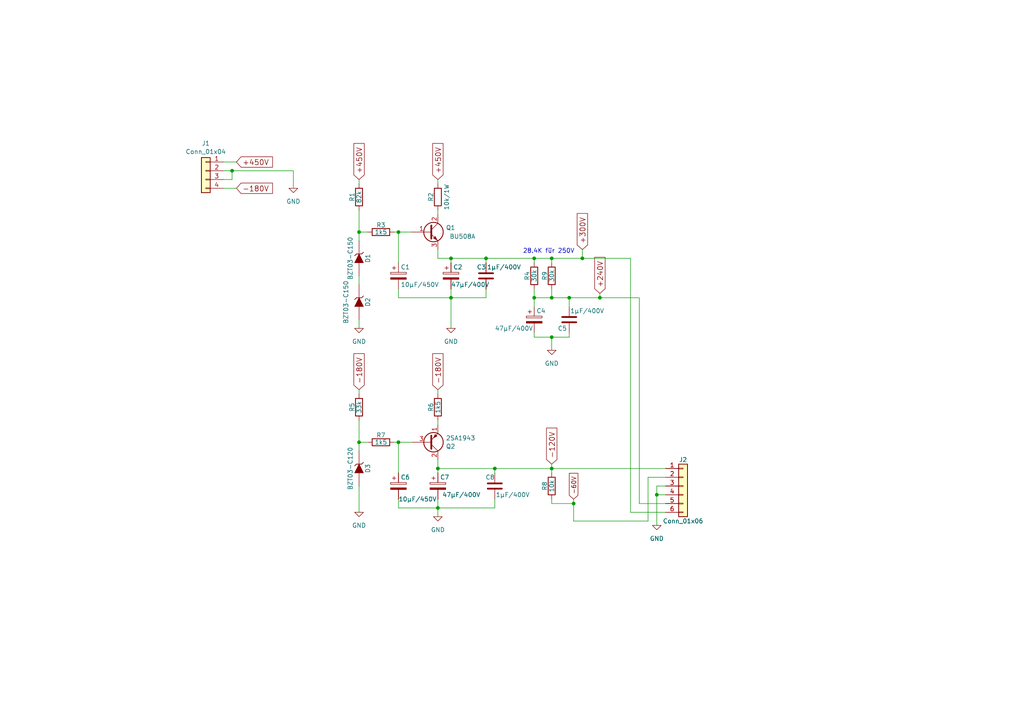
<source format=kicad_sch>
(kicad_sch (version 20231120) (generator "eeschema") (generator_version "8.0")
  (paper "A4")
  (lib_symbols
    (symbol "Anoden_Stabi-rescue:Conn_01x06" (pin_names (offset 1.016) hide)
      (property "Reference" "J" (at 0 7.62 0))
      (property "Value" "Conn_01x06" (at 0 -10.16 0))
      (symbol "Conn_01x06_1_1"
        (rectangle (start -1.27 -7.493) (end 0 -7.747) (stroke (width 0.1524)))
        (rectangle (start -1.27 -4.953) (end 0 -5.207) (stroke (width 0.1524)))
        (rectangle (start -1.27 -2.413) (end 0 -2.667) (stroke (width 0.1524)))
        (rectangle (start -1.27 0.127) (end 0 -0.127) (stroke (width 0.1524)))
        (rectangle (start -1.27 2.667) (end 0 2.413) (stroke (width 0.1524)))
        (rectangle (start -1.27 5.207) (end 0 4.953) (stroke (width 0.1524)))
        (rectangle (start -1.27 6.35) (end 1.27 -8.89) (stroke (width 0.254)) (fill (type background)))
        (pin passive line (at -5.08 5.08 0) (length 3.81) (name "Pin_1") (number "1"))
        (pin passive line (at -5.08 2.54 0) (length 3.81) (name "Pin_2") (number "2"))
        (pin passive line (at -5.08 0 0) (length 3.81) (name "Pin_3") (number "3"))
        (pin passive line (at -5.08 -2.54 0) (length 3.81) (name "Pin_4") (number "4"))
        (pin passive line (at -5.08 -5.08 0) (length 3.81) (name "Pin_5") (number "5"))
        (pin passive line (at -5.08 -7.62 0) (length 3.81) (name "Pin_6") (number "6"))
      )
    )
    (symbol "Anoden_Stabi-rescue:GND-power1" (power) (pin_names (offset 0))
      (symbol "GND-power1_0_1"
        (polyline (pts (xy -1.27 0) (xy 0 -1.27) (xy 1.27 0) (xy -1.27 0)))
      )
      (symbol "GND-power1_1_1"
        (pin power_in line (at 0 0 90) (length 0) hide (name "GND") (number "1"))
      )
    )
    (symbol "Anoden_Stabi-rescue:ZENER" (pin_numbers hide) (pin_names (offset 1.016) hide)
      (property "Reference" "D" (at 0 2.54 0))
      (property "Value" "ZENER" (at 0 -2.54 0))
      (symbol "ZENER_0_1"
        (polyline (pts (xy -1.778 1.27) (xy -1.27 0.762) (xy -1.27 -0.762) (xy -0.762 -1.27) (xy -0.762 -1.27)) (stroke (width 0.2032)))
        (polyline (pts (xy -1.27 0) (xy 1.27 1.27) (xy 1.27 -1.27) (xy -1.27 0) (xy -1.27 0)) (fill (type outline)))
      )
      (symbol "ZENER_1_1"
        (pin passive line (at -5.08 0 0) (length 3.81) (name "K") (number "1"))
        (pin passive line (at 5.08 0 180) (length 3.81) (name "A") (number "2"))
      )
    )
    (symbol "Connector_Generic:Conn_01x04" (pin_names (offset 1.016) hide)
      (property "Reference" "J" (at 0 5.08 0))
      (property "Value" "Conn_01x04" (at 0 -7.62 0))
      (symbol "Conn_01x04_1_1"
        (rectangle (start -1.27 -4.953) (end 0 -5.207) (stroke (width 0.1524)))
        (rectangle (start -1.27 -2.413) (end 0 -2.667) (stroke (width 0.1524)))
        (rectangle (start -1.27 0.127) (end 0 -0.127) (stroke (width 0.1524)))
        (rectangle (start -1.27 2.667) (end 0 2.413) (stroke (width 0.1524)))
        (rectangle (start -1.27 3.81) (end 1.27 -6.35) (stroke (width 0.254)) (fill (type background)))
        (pin passive line (at -5.08 2.54 0) (length 3.81) (name "Pin_1") (number "1"))
        (pin passive line (at -5.08 0 0) (length 3.81) (name "Pin_2") (number "2"))
        (pin passive line (at -5.08 -2.54 0) (length 3.81) (name "Pin_3") (number "3"))
        (pin passive line (at -5.08 -5.08 0) (length 3.81) (name "Pin_4") (number "4"))
      )
    )
    (symbol "Device:C" (pin_numbers hide) (pin_names (offset 0.254))
      (property "Reference" "C" (at 0.635 2.54 0))
      (property "Value" "C" (at 0.635 -2.54 0))
      (symbol "C_0_1"
        (polyline (pts (xy -2.032 -0.762) (xy 2.032 -0.762)) (stroke (width 0.508)))
        (polyline (pts (xy -2.032 0.762) (xy 2.032 0.762)) (stroke (width 0.508)))
      )
      (symbol "C_1_1"
        (pin passive line (at 0 3.81 270) (length 2.794) (name "~") (number "1"))
        (pin passive line (at 0 -3.81 90) (length 2.794) (name "~") (number "2"))
      )
    )
    (symbol "Device:C_Polarized" (pin_numbers hide) (pin_names (offset 0.254))
      (property "Reference" "C" (at 0.635 2.54 0))
      (property "Value" "C_Polarized" (at 0.635 -2.54 0))
      (symbol "C_Polarized_0_1"
        (rectangle (start -2.286 0.508) (end 2.286 1.016))
        (polyline (pts (xy -1.778 2.286) (xy -0.762 2.286)))
        (polyline (pts (xy -1.27 2.794) (xy -1.27 1.778)))
        (rectangle (start 2.286 -0.508) (end -2.286 -1.016) (fill (type outline)))
      )
      (symbol "C_Polarized_1_1"
        (pin passive line (at 0 3.81 270) (length 2.794) (name "~") (number "1"))
        (pin passive line (at 0 -3.81 90) (length 2.794) (name "~") (number "2"))
      )
    )
    (symbol "Device:Q_NPN_BCE" (pin_names (offset 0) hide)
      (property "Reference" "Q" (at 5.08 1.27 0))
      (property "Value" "Q_NPN_BCE" (at 5.08 -1.27 0))
      (symbol "Q_NPN_BCE_0_1"
        (polyline (pts (xy 0.635 0.635) (xy 2.54 2.54)))
        (polyline (pts (xy 0.635 -0.635) (xy 2.54 -2.54) (xy 2.54 -2.54)))
        (polyline (pts (xy 0.635 1.905) (xy 0.635 -1.905) (xy 0.635 -1.905)) (stroke (width 0.508)))
        (polyline (pts (xy 1.27 -1.778) (xy 1.778 -1.27) (xy 2.286 -2.286) (xy 1.27 -1.778) (xy 1.27 -1.778)) (fill (type outline)))
        (circle (center 1.27 0) (radius 2.8194) (stroke (width 0.254)))
      )
      (symbol "Q_NPN_BCE_1_1"
        (pin input line (at -5.08 0 0) (length 5.715) (name "B") (number "1"))
        (pin passive line (at 2.54 5.08 270) (length 2.54) (name "C") (number "2"))
        (pin passive line (at 2.54 -5.08 90) (length 2.54) (name "E") (number "3"))
      )
    )
    (symbol "Device:Q_PNP_ECB" (pin_names (offset 0) hide)
      (property "Reference" "Q" (at 5.08 1.27 0))
      (property "Value" "Q_PNP_ECB" (at 5.08 -1.27 0))
      (symbol "Q_PNP_ECB_0_1"
        (polyline (pts (xy 0.635 0.635) (xy 2.54 2.54)))
        (polyline (pts (xy 0.635 -0.635) (xy 2.54 -2.54) (xy 2.54 -2.54)))
        (polyline (pts (xy 0.635 1.905) (xy 0.635 -1.905) (xy 0.635 -1.905)) (stroke (width 0.508)))
        (polyline (pts (xy 2.286 -1.778) (xy 1.778 -2.286) (xy 1.27 -1.27) (xy 2.286 -1.778) (xy 2.286 -1.778)) (fill (type outline)))
        (circle (center 1.27 0) (radius 2.8194) (stroke (width 0.254)))
      )
      (symbol "Q_PNP_ECB_1_1"
        (pin passive line (at 2.54 -5.08 90) (length 2.54) (name "E") (number "1"))
        (pin passive line (at 2.54 5.08 270) (length 2.54) (name "C") (number "2"))
        (pin input line (at -5.08 0 0) (length 5.715) (name "B") (number "3"))
      )
    )
    (symbol "Device:R" (pin_numbers hide) (pin_names (offset 0))
      (property "Reference" "R" (at 2.032 0 90))
      (property "Value" "R" (at 0 0 90))
      (symbol "R_0_1"
        (rectangle (start -1.016 -2.54) (end 1.016 2.54) (stroke (width 0.254)))
      )
      (symbol "R_1_1"
        (pin passive line (at 0 3.81 270) (length 1.27) (name "~") (number "1"))
        (pin passive line (at 0 -3.81 90) (length 1.27) (name "~") (number "2"))
      )
    )
  )
  (junction (at 166.37 146.05))
  (junction (at 127 147.32))
  (junction (at 140.97 74.93))
  (junction (at 160.02 74.93))
  (junction (at 173.99 86.36))
  (junction (at 160.02 86.36))
  (junction (at 143.51 135.89))
  (junction (at 127 135.89))
  (junction (at 115.57 128.27))
  (junction (at 115.57 67.31))
  (junction (at 165.1 86.36))
  (junction (at 160.02 135.89))
  (junction (at 160.02 97.79))
  (junction (at 104.14 128.27))
  (junction (at 130.81 74.93))
  (junction (at 190.5 143.51))
  (junction (at 104.14 67.31))
  (junction (at 130.81 86.36))
  (junction (at 168.91 74.93))
  (junction (at 154.94 86.36))
  (junction (at 67.31 49.53))
  (junction (at 154.94 74.93))
  (wire (pts (xy 166.37 151.13) (xy 166.37 146.05)))
  (wire (pts (xy 154.94 83.82) (xy 154.94 86.36)))
  (wire (pts (xy 127 52.07) (xy 127 53.34)))
  (wire (pts (xy 115.57 144.78) (xy 115.57 147.32)))
  (wire (pts (xy 64.77 49.53) (xy 67.31 49.53)))
  (wire (pts (xy 127 123.19) (xy 127 121.92)))
  (wire (pts (xy 127 144.78) (xy 127 147.32)))
  (wire (pts (xy 130.81 86.36) (xy 130.81 95.25)))
  (wire (pts (xy 173.99 85.09) (xy 173.99 86.36)))
  (wire (pts (xy 130.81 74.93) (xy 140.97 74.93)))
  (wire (pts (xy 143.51 147.32) (xy 143.51 144.78)))
  (wire (pts (xy 165.1 97.79) (xy 165.1 96.52)))
  (wire (pts (xy 115.57 137.16) (xy 115.57 128.27)))
  (wire (pts (xy 127 135.89) (xy 127 137.16)))
  (wire (pts (xy 140.97 86.36) (xy 140.97 83.82)))
  (wire (pts (xy 168.91 74.93) (xy 168.91 72.39)))
  (wire (pts (xy 104.14 82.55) (xy 104.14 80.01)))
  (wire (pts (xy 67.31 52.07) (xy 67.31 49.53)))
  (wire (pts (xy 115.57 83.82) (xy 115.57 86.36)))
  (wire (pts (xy 160.02 86.36) (xy 165.1 86.36)))
  (wire (pts (xy 127 147.32) (xy 143.51 147.32)))
  (wire (pts (xy 160.02 74.93) (xy 160.02 76.2)))
  (wire (pts (xy 190.5 143.51) (xy 190.5 152.4)))
  (wire (pts (xy 104.14 53.34) (xy 104.14 52.07)))
  (wire (pts (xy 143.51 137.16) (xy 143.51 135.89)))
  (wire (pts (xy 154.94 97.79) (xy 160.02 97.79)))
  (wire (pts (xy 160.02 146.05) (xy 166.37 146.05)))
  (wire (pts (xy 106.68 67.31) (xy 104.14 67.31)))
  (wire (pts (xy 140.97 74.93) (xy 154.94 74.93)))
  (wire (pts (xy 106.68 128.27) (xy 104.14 128.27)))
  (wire (pts (xy 64.77 46.99) (xy 68.58 46.99)))
  (wire (pts (xy 154.94 74.93) (xy 160.02 74.93)))
  (wire (pts (xy 190.5 140.97) (xy 193.04 140.97)))
  (wire (pts (xy 182.88 74.93) (xy 182.88 148.59)))
  (wire (pts (xy 187.96 138.43) (xy 187.96 151.13)))
  (wire (pts (xy 127 149.86) (xy 127 147.32)))
  (wire (pts (xy 104.14 128.27) (xy 104.14 130.81)))
  (wire (pts (xy 160.02 74.93) (xy 168.91 74.93)))
  (wire (pts (xy 160.02 134.62) (xy 160.02 135.89)))
  (wire (pts (xy 127 133.35) (xy 127 135.89)))
  (wire (pts (xy 114.3 67.31) (xy 115.57 67.31)))
  (wire (pts (xy 115.57 76.2) (xy 115.57 67.31)))
  (wire (pts (xy 67.31 49.53) (xy 85.09 49.53)))
  (wire (pts (xy 104.14 121.92) (xy 104.14 128.27)))
  (wire (pts (xy 127 72.39) (xy 127 74.93)))
  (wire (pts (xy 143.51 135.89) (xy 160.02 135.89)))
  (wire (pts (xy 130.81 86.36) (xy 140.97 86.36)))
  (wire (pts (xy 127 74.93) (xy 130.81 74.93)))
  (wire (pts (xy 185.42 86.36) (xy 185.42 146.05)))
  (wire (pts (xy 85.09 49.53) (xy 85.09 54.61)))
  (wire (pts (xy 193.04 146.05) (xy 185.42 146.05)))
  (wire (pts (xy 160.02 83.82) (xy 160.02 86.36)))
  (wire (pts (xy 104.14 60.96) (xy 104.14 67.31)))
  (wire (pts (xy 190.5 140.97) (xy 190.5 143.51)))
  (wire (pts (xy 154.94 96.52) (xy 154.94 97.79)))
  (wire (pts (xy 173.99 86.36) (xy 185.42 86.36)))
  (wire (pts (xy 127 135.89) (xy 143.51 135.89)))
  (wire (pts (xy 104.14 92.71) (xy 104.14 95.25)))
  (wire (pts (xy 130.81 76.2) (xy 130.81 74.93)))
  (wire (pts (xy 166.37 151.13) (xy 187.96 151.13)))
  (wire (pts (xy 130.81 83.82) (xy 130.81 86.36)))
  (wire (pts (xy 104.14 140.97) (xy 104.14 148.59)))
  (wire (pts (xy 168.91 74.93) (xy 182.88 74.93)))
  (wire (pts (xy 104.14 114.3) (xy 104.14 113.03)))
  (wire (pts (xy 166.37 146.05) (xy 166.37 144.78)))
  (wire (pts (xy 165.1 86.36) (xy 173.99 86.36)))
  (wire (pts (xy 140.97 74.93) (xy 140.97 76.2)))
  (wire (pts (xy 154.94 86.36) (xy 154.94 88.9)))
  (wire (pts (xy 160.02 137.16) (xy 160.02 135.89)))
  (wire (pts (xy 115.57 128.27) (xy 119.38 128.27)))
  (wire (pts (xy 154.94 74.93) (xy 154.94 76.2)))
  (wire (pts (xy 160.02 97.79) (xy 165.1 97.79)))
  (wire (pts (xy 193.04 148.59) (xy 182.88 148.59)))
  (wire (pts (xy 190.5 143.51) (xy 193.04 143.51)))
  (wire (pts (xy 127 62.23) (xy 127 60.96)))
  (wire (pts (xy 193.04 138.43) (xy 187.96 138.43)))
  (wire (pts (xy 160.02 135.89) (xy 193.04 135.89)))
  (wire (pts (xy 114.3 128.27) (xy 115.57 128.27)))
  (wire (pts (xy 64.77 52.07) (xy 67.31 52.07)))
  (wire (pts (xy 165.1 88.9) (xy 165.1 86.36)))
  (wire (pts (xy 115.57 147.32) (xy 127 147.32)))
  (wire (pts (xy 64.77 54.61) (xy 68.58 54.61)))
  (wire (pts (xy 160.02 144.78) (xy 160.02 146.05)))
  (wire (pts (xy 115.57 67.31) (xy 119.38 67.31)))
  (wire (pts (xy 127 113.03) (xy 127 114.3)))
  (wire (pts (xy 104.14 67.31) (xy 104.14 69.85)))
  (wire (pts (xy 154.94 86.36) (xy 160.02 86.36)))
  (wire (pts (xy 160.02 101.6) (xy 160.02 97.79)))
  (wire (pts (xy 115.57 86.36) (xy 130.81 86.36)))
  (text "28.4K für 250V" (at 151.638 73.66 0) (effects (font (size 1.27 1.27)) (justify left bottom)))
  (global_label "-180V" (shape input) (at 104.14 113.03 90) (effects (font (size 1.524 1.524))) (property "Intersheetrefs" "${INTERSHEET_REFS}" (effects (hide yes))))
  (global_label "-180V" (shape input) (at 68.58 54.61 0) (effects (font (size 1.524 1.524))) (property "Intersheetrefs" "${INTERSHEET_REFS}" (effects (hide yes))))
  (global_label "-120V" (shape input) (at 160.02 134.62 90) (effects (font (size 1.524 1.524))) (property "Intersheetrefs" "${INTERSHEET_REFS}" (effects (hide yes))))
  (global_label "+450V" (shape input) (at 68.58 46.99 0) (effects (font (size 1.524 1.524))) (property "Intersheetrefs" "${INTERSHEET_REFS}" (effects (hide yes))))
  (global_label "-60V" (shape input) (at 166.37 144.78 90) (property "Intersheetrefs" "${INTERSHEET_REFS}" (effects (hide yes))))
  (global_label "-180V" (shape input) (at 127 113.03 90) (effects (font (size 1.524 1.524))) (property "Intersheetrefs" "${INTERSHEET_REFS}" (effects (hide yes))))
  (global_label "+450V" (shape input) (at 104.14 52.07 90) (effects (font (size 1.524 1.524))) (property "Intersheetrefs" "${INTERSHEET_REFS}" (effects (hide yes))))
  (global_label "+300V" (shape input) (at 168.91 72.39 90) (effects (font (size 1.524 1.524))) (property "Intersheetrefs" "${INTERSHEET_REFS}" (effects (hide yes))))
  (global_label "+450V" (shape input) (at 127 52.07 90) (effects (font (size 1.524 1.524))) (property "Intersheetrefs" "${INTERSHEET_REFS}" (effects (hide yes))))
  (global_label "+240V" (shape input) (at 173.99 85.09 90) (effects (font (size 1.524 1.524))) (property "Intersheetrefs" "${INTERSHEET_REFS}" (effects (hide yes))))
  (symbol (lib_id "Anoden_Stabi-rescue:GND-power1") (at 85.09 54.61 0) (unit 1)
    (property "Reference" "#PWR01" (effects (hide yes)))
    (property "Value" "GND" (at 85.09 58.42 0))
  )
  (symbol (lib_id "Device:C_Polarized") (at 115.57 80.01 0) (unit 1)
    (property "Reference" "C1" (at 116.205 77.47 0) (effects (justify left)))
    (property "Value" "10µF/450V" (at 116.205 82.55 0) (effects (justify left)))
    (property "Footprint" "Capacitor_THT:CP_Radial_D12.5mm_P5.00mm" (effects (hide yes)))
  )
  (symbol (lib_id "Device:R") (at 104.14 57.15 180) (unit 1)
    (property "Reference" "R1" (at 102.108 57.15 90))
    (property "Value" "82k" (at 104.14 57.15 90))
    (property "Footprint" "Resistor_THT:R_Axial_DIN0207_L6.3mm_D2.5mm_P10.16mm_Horizontal" (effects (hide yes)))
  )
  (symbol (lib_id "Anoden_Stabi-rescue:ZENER") (at 104.14 74.93 270) (unit 1)
    (property "Reference" "D1" (at 106.68 74.93 0))
    (property "Value" "BZT03-C150" (at 101.6 74.93 0))
    (property "Footprint" "Diode_THT:D_DO-41_SOD81_P10.16mm_Horizontal" (effects (hide yes)))
  )
  (symbol (lib_id "Anoden_Stabi-rescue:ZENER") (at 104.14 87.63 270) (unit 1)
    (property "Reference" "D2" (at 106.68 87.63 0))
    (property "Value" "BZT03-C150" (at 100.33 87.63 0))
    (property "Footprint" "Diode_THT:D_DO-41_SOD81_P10.16mm_Horizontal" (effects (hide yes)))
  )
  (symbol (lib_id "Device:R") (at 110.49 67.31 90) (unit 1)
    (property "Reference" "R3" (at 110.49 65.278 90))
    (property "Value" "1k5" (at 110.49 67.31 90))
    (property "Footprint" "Resistor_THT:R_Axial_DIN0414_L11.9mm_D4.5mm_P15.24mm_Horizontal" (effects (hide yes)))
  )
  (symbol (lib_id "Device:Q_NPN_BCE") (at 124.46 67.31 0) (unit 1)
    (property "Reference" "Q1" (at 132.08 66.04 0) (effects (justify right)))
    (property "Value" "BU508A" (at 137.922 68.58 0) (effects (justify right)))
    (property "Footprint" "Package_TO_SOT_THT:TO-3P-3_Vertical" (effects (hide yes)))
  )
  (symbol (lib_id "Device:C_Polarized") (at 130.81 80.01 0) (unit 1)
    (property "Reference" "C2" (at 131.445 77.47 0) (effects (justify left)))
    (property "Value" "47µF/400V" (at 130.81 82.55 0) (effects (justify left)))
    (property "Footprint" "Capacitor_THT:CP_Radial_D17.0mm_P7.50mm" (effects (hide yes)))
  )
  (symbol (lib_id "Device:C") (at 140.97 80.01 180) (unit 1)
    (property "Reference" "C3" (at 140.97 77.47 0) (effects (justify left)))
    (property "Value" "1µF/400V" (at 151.13 77.47 0) (effects (justify left)))
    (property "Footprint" "Capacitor_THT:C_Rect_L31.5mm_W11.0mm_P27.50mm_MKS4" (effects (hide yes)))
  )
  (symbol (lib_id "Device:R") (at 154.94 80.01 180) (unit 1)
    (property "Reference" "R4" (at 152.908 80.01 90))
    (property "Value" "30k" (at 154.94 80.01 90))
    (property "Footprint" "Resistor_THT:R_Axial_DIN0207_L6.3mm_D2.5mm_P10.16mm_Horizontal" (effects (hide yes)))
  )
  (symbol (lib_id "Device:C_Polarized") (at 154.94 92.71 0) (unit 1)
    (property "Reference" "C4" (at 155.575 90.17 0) (effects (justify left)))
    (property "Value" "47µF/400V" (at 143.51 95.25 0) (effects (justify left)))
    (property "Footprint" "Capacitor_THT:CP_Radial_D17.0mm_P7.50mm" (effects (hide yes)))
  )
  (symbol (lib_id "Device:C") (at 165.1 92.71 180) (unit 1)
    (property "Reference" "C5" (at 164.465 95.25 0) (effects (justify left)))
    (property "Value" "1µF/400V" (at 175.26 90.17 0) (effects (justify left)))
    (property "Footprint" "Capacitor_THT:C_Rect_L31.5mm_W11.0mm_P27.50mm_MKS4" (effects (hide yes)))
  )
  (symbol (lib_id "Anoden_Stabi-rescue:GND-power1") (at 104.14 95.25 0) (unit 1)
    (property "Reference" "#PWR02" (effects (hide yes)))
    (property "Value" "GND" (at 104.14 99.06 0))
  )
  (symbol (lib_id "Anoden_Stabi-rescue:GND-power1") (at 130.81 95.25 0) (unit 1)
    (property "Reference" "#PWR03" (effects (hide yes)))
    (property "Value" "GND" (at 130.81 99.06 0))
  )
  (symbol (lib_id "Anoden_Stabi-rescue:GND-power1") (at 160.02 101.6 0) (unit 1)
    (property "Reference" "#PWR04" (effects (hide yes)))
    (property "Value" "GND" (at 160.02 105.41 0))
  )
  (symbol (lib_id "Device:R") (at 127 57.15 180) (unit 1)
    (property "Reference" "R2" (at 124.968 57.15 90))
    (property "Value" "10k/1W" (at 129.54 57.15 90))
    (property "Footprint" "Resistor_THT:R_Axial_DIN0414_L11.9mm_D4.5mm_P15.24mm_Horizontal" (effects (hide yes)))
  )
  (symbol (lib_id "Device:C_Polarized") (at 115.57 140.97 0) (unit 1)
    (property "Reference" "C6" (at 116.205 138.43 0) (effects (justify left)))
    (property "Value" "10µF/450V" (at 115.57 144.78 0) (effects (justify left)))
    (property "Footprint" "Capacitor_THT:CP_Radial_D12.5mm_P5.00mm" (effects (hide yes)))
  )
  (symbol (lib_id "Device:R") (at 104.14 118.11 180) (unit 1)
    (property "Reference" "R5" (at 102.108 118.11 90))
    (property "Value" "33k" (at 104.14 118.11 90))
    (property "Footprint" "Resistor_THT:R_Axial_DIN0207_L6.3mm_D2.5mm_P10.16mm_Horizontal" (effects (hide yes)))
  )
  (symbol (lib_id "Anoden_Stabi-rescue:ZENER") (at 104.14 135.89 270) (unit 1)
    (property "Reference" "D3" (at 106.68 135.89 0))
    (property "Value" "BZT03-C120" (at 101.6 135.89 0))
    (property "Footprint" "Diode_THT:D_DO-41_SOD81_P10.16mm_Horizontal" (effects (hide yes)))
  )
  (symbol (lib_id "Device:R") (at 110.49 128.27 90) (unit 1)
    (property "Reference" "R7" (at 110.49 126.238 90))
    (property "Value" "1k5" (at 110.49 128.27 90))
    (property "Footprint" "Resistor_THT:R_Axial_DIN0414_L11.9mm_D4.5mm_P15.24mm_Horizontal" (effects (hide yes)))
  )
  (symbol (lib_id "Device:C_Polarized") (at 127 140.97 0) (unit 1)
    (property "Reference" "C7" (at 127.635 138.43 0) (effects (justify left)))
    (property "Value" "47µF/400V" (at 128.27 143.51 0) (effects (justify left)))
    (property "Footprint" "Capacitor_THT:CP_Radial_D17.0mm_P7.50mm" (effects (hide yes)))
  )
  (symbol (lib_id "Device:C") (at 143.51 140.97 180) (unit 1)
    (property "Reference" "C8" (at 143.51 138.43 0) (effects (justify left)))
    (property "Value" "1µF/400V" (at 153.67 143.51 0) (effects (justify left)))
    (property "Footprint" "Capacitor_THT:C_Rect_L31.5mm_W11.0mm_P27.50mm_MKS4" (effects (hide yes)))
  )
  (symbol (lib_id "Anoden_Stabi-rescue:GND-power1") (at 104.14 148.59 0) (unit 1)
    (property "Reference" "#PWR05" (effects (hide yes)))
    (property "Value" "GND" (at 104.14 152.4 0))
  )
  (symbol (lib_id "Anoden_Stabi-rescue:GND-power1") (at 127 149.86 0) (unit 1)
    (property "Reference" "#PWR06" (effects (hide yes)))
    (property "Value" "GND" (at 127 153.67 0))
  )
  (symbol (lib_id "Device:R") (at 127 118.11 180) (unit 1)
    (property "Reference" "R6" (at 124.968 118.11 90))
    (property "Value" "1k5" (at 127 118.11 90))
    (property "Footprint" "Resistor_THT:R_Axial_DIN0414_L11.9mm_D4.5mm_P15.24mm_Horizontal" (effects (hide yes)))
  )
  (symbol (lib_id "Anoden_Stabi-rescue:GND-power1") (at 190.5 152.4 0) (unit 1)
    (property "Reference" "#PWR07" (effects (hide yes)))
    (property "Value" "GND" (at 190.5 156.21 0))
  )
  (symbol (lib_id "Anoden_Stabi-rescue:Conn_01x06") (at 198.12 140.97 0) (unit 1)
    (property "Reference" "J2" (at 198.12 133.35 0))
    (property "Value" "Conn_01x06" (at 198.12 151.13 0))
    (property "Footprint" "Connector_Molex:Molex_Mini-Fit_Jr_5566-06A_2x03_P4.20mm_Vertical" (effects (hide yes)))
  )
  (symbol (lib_id "Device:R") (at 160.02 140.97 180) (unit 1)
    (property "Reference" "R8" (at 157.988 140.97 90))
    (property "Value" "10k" (at 160.02 140.97 90))
    (property "Footprint" "Resistor_THT:R_Axial_DIN0414_L11.9mm_D4.5mm_P15.24mm_Horizontal" (effects (hide yes)))
  )
  (symbol (lib_id "Device:R") (at 160.02 80.01 180) (unit 1)
    (property "Reference" "R9" (at 157.988 80.01 90))
    (property "Value" "30k" (at 160.02 80.01 90))
    (property "Footprint" "Resistor_THT:R_Axial_DIN0207_L6.3mm_D2.5mm_P10.16mm_Horizontal" (effects (hide yes)))
  )
  (symbol (lib_id "Device:Q_PNP_ECB") (at 124.46 128.27 0) (mirror x) (unit 1)
    (property "Reference" "Q2" (at 129.3114 129.4822 0) (effects (justify left)))
    (property "Value" "2SA1943" (at 129.3114 127.0579 0) (effects (justify left)))
    (property "Footprint" "Package_TO_SOT_THT:TO-3P-3_Vertical" (effects (hide yes)))
    (property "Description" "PNP transistor, emitter/collector/base" (effects (hide yes)))
  )
  (symbol (lib_id "Connector_Generic:Conn_01x04") (at 59.69 49.53 0) (mirror y) (unit 1)
    (property "Reference" "J1" (at 59.69 41.5755 0))
    (property "Value" "Conn_01x04" (at 59.69 43.9998 0))
    (property "Footprint" "Connector_Molex:Molex_Mini-Fit_Jr_5566-04A_2x02_P4.20mm_Vertical" (effects (hide yes)))
    (property "Description" "Generic connector, single row, 01x04, script generated (kicad-library-utils/schlib/autogen/connector/)" (effects (hide yes)))
  )
)
</source>
